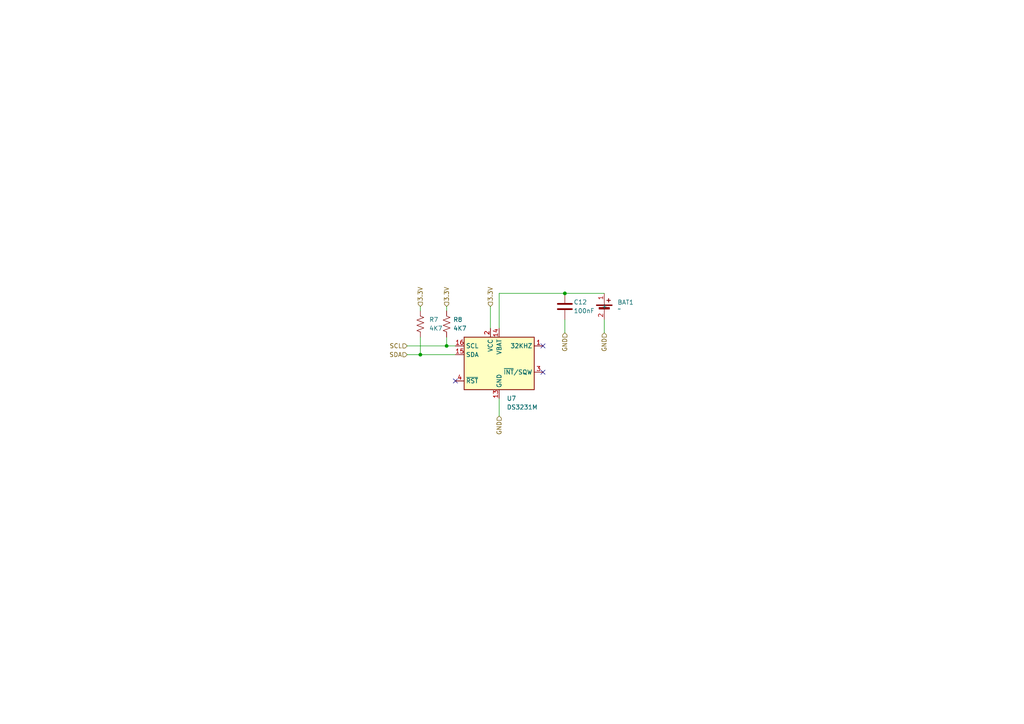
<source format=kicad_sch>
(kicad_sch (version 20231120) (generator "eeschema") (generator_version "8.0")
  (paper "A4")
  (lib_symbols
    (symbol "Custom Simbol FRES:Battery_Cell_CR1220"
      (property "Reference" "BAT?" (at -4.318 2.54 0))
      (symbol "Battery_Cell_CR1220_0_1"
        (rectangle (start -2.286 0.508) (end 2.286 0.254) (fill (type outline)))
        (rectangle (start -1.524 -0.254) (end 1.524 -0.762) (fill (type outline)))
        (polyline (pts (xy 0 -0.508) (xy 0 -1.27)))
        (polyline (pts (xy 0 0.508) (xy 0 1.27)))
        (polyline (pts (xy 0.762 1.778) (xy 1.778 1.778)) (stroke (width 0.254)))
        (polyline (pts (xy 1.27 2.286) (xy 1.27 1.27)) (stroke (width 0.254)))
      )
      (symbol "Battery_Cell_CR1220_1_1"
        (pin passive line (at 0 3.81 270) (length 2.54) (name "+") (number "1"))
        (pin passive line (at 0 -3.81 90) (length 2.54) (name "-") (number "2"))
      )
    )
    (symbol "Device:C" (pin_numbers hide) (pin_names (offset 0.254))
      (property "Reference" "C" (at 0.635 2.54 0))
      (property "Value" "C" (at 0.635 -2.54 0))
      (symbol "C_0_1"
        (polyline (pts (xy -2.032 -0.762) (xy 2.032 -0.762)) (stroke (width 0.508)))
        (polyline (pts (xy -2.032 0.762) (xy 2.032 0.762)) (stroke (width 0.508)))
      )
      (symbol "C_1_1"
        (pin passive line (at 0 3.81 270) (length 2.794) (name "~") (number "1"))
        (pin passive line (at 0 -3.81 90) (length 2.794) (name "~") (number "2"))
      )
    )
    (symbol "Device:R_US" (pin_numbers hide) (pin_names (offset 0))
      (property "Reference" "R" (at 2.54 0 90))
      (property "Value" "R_US" (at -2.54 0 90))
      (symbol "R_US_0_1"
        (polyline (pts (xy 0 -2.286) (xy 0 -2.54)))
        (polyline (pts (xy 0 2.286) (xy 0 2.54)))
        (polyline (pts (xy 0 -0.762) (xy 1.016 -1.143) (xy 0 -1.524) (xy -1.016 -1.905) (xy 0 -2.286)))
        (polyline (pts (xy 0 0.762) (xy 1.016 0.381) (xy 0 0) (xy -1.016 -0.381) (xy 0 -0.762)))
        (polyline (pts (xy 0 2.286) (xy 1.016 1.905) (xy 0 1.524) (xy -1.016 1.143) (xy 0 0.762)))
      )
      (symbol "R_US_1_1"
        (pin passive line (at 0 3.81 270) (length 1.27) (name "~") (number "1"))
        (pin passive line (at 0 -3.81 90) (length 1.27) (name "~") (number "2"))
      )
    )
    (symbol "Timer_RTC:DS3231M"
      (property "Reference" "U" (at -7.62 8.89 0))
      (property "Value" "DS3231M" (at 10.16 8.89 0))
      (symbol "DS3231M_0_1"
        (rectangle (start -10.16 7.62) (end 10.16 -7.62) (stroke (width 0.254)) (fill (type background)))
      )
      (symbol "DS3231M_1_1"
        (pin open_collector line (at 12.7 5.08 180) (length 2.54) (name "32KHZ") (number "1"))
        (pin passive line (at 0 -10.16 90) (length 2.54) hide (name "GND") (number "10"))
        (pin passive line (at 0 -10.16 90) (length 2.54) hide (name "GND") (number "11"))
        (pin passive line (at 0 -10.16 90) (length 2.54) hide (name "GND") (number "12"))
        (pin power_in line (at 0 -10.16 90) (length 2.54) (name "GND") (number "13"))
        (pin power_in line (at 0 10.16 270) (length 2.54) (name "VBAT") (number "14"))
        (pin bidirectional line (at -12.7 2.54 0) (length 2.54) (name "SDA") (number "15"))
        (pin input line (at -12.7 5.08 0) (length 2.54) (name "SCL") (number "16"))
        (pin power_in line (at -2.54 10.16 270) (length 2.54) (name "VCC") (number "2"))
        (pin open_collector line (at 12.7 -2.54 180) (length 2.54) (name "~{INT}/SQW") (number "3"))
        (pin bidirectional line (at -12.7 -5.08 0) (length 2.54) (name "~{RST}") (number "4"))
        (pin passive line (at 0 -10.16 90) (length 2.54) hide (name "GND") (number "5"))
        (pin passive line (at 0 -10.16 90) (length 2.54) hide (name "GND") (number "6"))
        (pin passive line (at 0 -10.16 90) (length 2.54) hide (name "GND") (number "7"))
        (pin passive line (at 0 -10.16 90) (length 2.54) hide (name "GND") (number "8"))
        (pin passive line (at 0 -10.16 90) (length 2.54) hide (name "GND") (number "9"))
      )
    )
  )
  (junction (at 129.54 100.33))
  (junction (at 163.83 85.09))
  (junction (at 121.92 102.87))
  (no_connect (at 157.48 100.33))
  (no_connect (at 132.08 110.49))
  (no_connect (at 157.48 107.95))
  (wire (pts (xy 129.54 88.9) (xy 129.54 90.17)))
  (wire (pts (xy 121.92 102.87) (xy 132.08 102.87)))
  (wire (pts (xy 118.11 102.87) (xy 121.92 102.87)))
  (wire (pts (xy 129.54 97.79) (xy 129.54 100.33)))
  (wire (pts (xy 129.54 100.33) (xy 132.08 100.33)))
  (wire (pts (xy 163.83 92.71) (xy 163.83 96.52)))
  (wire (pts (xy 144.78 115.57) (xy 144.78 120.65)))
  (wire (pts (xy 121.92 97.79) (xy 121.92 102.87)))
  (wire (pts (xy 142.24 88.9) (xy 142.24 95.25)))
  (wire (pts (xy 144.78 85.09) (xy 163.83 85.09)))
  (wire (pts (xy 121.92 88.9) (xy 121.92 90.17)))
  (wire (pts (xy 118.11 100.33) (xy 129.54 100.33)))
  (wire (pts (xy 163.83 85.09) (xy 175.26 85.09)))
  (wire (pts (xy 144.78 95.25) (xy 144.78 85.09)))
  (wire (pts (xy 175.26 92.71) (xy 175.26 96.52)))
  (hierarchical_label "3.3V" (shape input) (at 142.24 88.9 90))
  (hierarchical_label "SCL" (shape input) (at 118.11 100.33 180))
  (hierarchical_label "3.3V" (shape input) (at 129.54 88.9 90))
  (hierarchical_label "GND" (shape input) (at 163.83 96.52 270))
  (hierarchical_label "GND" (shape input) (at 175.26 96.52 270))
  (hierarchical_label "3.3V" (shape input) (at 121.92 88.9 90))
  (hierarchical_label "SDA" (shape input) (at 118.11 102.87 180))
  (hierarchical_label "GND" (shape input) (at 144.78 120.65 270))
  (symbol (lib_id "Timer_RTC:DS3231M") (at 144.78 105.41 0) (unit 1)
    (property "Reference" "U7" (at 146.9741 115.57 0) (effects (justify left)))
    (property "Value" "DS3231M" (at 146.9741 118.11 0) (effects (justify left)))
    (property "Footprint" "Package_SO:SOIC-16W_7.5x10.3mm_P1.27mm" (effects (hide yes)))
    (property "Datasheet" "http://datasheets.maximintegrated.com/en/ds/DS3231.pdf" (effects (hide yes)))
    (property "Description" "Extremely Accurate I2C-Integrated RTC/TCXO/Crystal SOIC-16" (effects (hide yes)))
  )
  (symbol (lib_id "Device:C") (at 163.83 88.9 0) (unit 1)
    (property "Reference" "C12" (at 166.37 87.63 0) (effects (justify left)))
    (property "Value" "100nF" (at 166.37 90.17 0) (effects (justify left)))
    (property "Footprint" "Capacitor_SMD:C_0402_1005Metric_Pad0.74x0.62mm_HandSolder" (effects (hide yes)))
    (property "Description" "Unpolarized capacitor" (effects (hide yes)))
  )
  (symbol (lib_id "Device:R_US") (at 129.54 93.98 0) (unit 1)
    (property "Reference" "R8" (at 131.445 92.7099 0) (effects (justify left)))
    (property "Value" "4K7" (at 131.445 95.2499 0) (effects (justify left)))
    (property "Footprint" "Resistor_SMD:R_0402_1005Metric_Pad0.72x0.64mm_HandSolder" (effects (hide yes)))
    (property "Description" "Resistor, US symbol" (effects (hide yes)))
  )
  (symbol (lib_id "Custom Simbol FRES:Battery_Cell_CR1220") (at 175.26 88.9 0) (unit 1)
    (property "Reference" "BAT1" (at 179.07 87.6934 0) (effects (justify left)))
    (property "Value" "~" (at 179.07 89.5985 0) (effects (justify left)))
    (property "Footprint" "Custom-Library-FRES:1056TR" (effects (hide yes)))
  )
  (symbol (lib_id "Device:R_US") (at 121.92 93.98 0) (unit 1)
    (property "Reference" "R7" (at 124.46 92.7099 0) (effects (justify left)))
    (property "Value" "4K7" (at 124.46 95.2499 0) (effects (justify left)))
    (property "Footprint" "Resistor_SMD:R_0402_1005Metric_Pad0.72x0.64mm_HandSolder" (effects (hide yes)))
    (property "Description" "Resistor, US symbol" (effects (hide yes)))
  )
)
</source>
